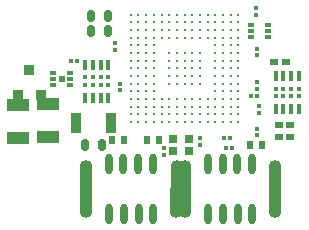
<source format=gtp>
G04*
G04 #@! TF.GenerationSoftware,Altium Limited,Altium Designer,18.0.9 (584)*
G04*
G04 Layer_Color=8421504*
%FSLAX44Y44*%
%MOMM*%
G71*
G01*
G75*
%ADD23R,0.4500X0.4500*%
%ADD24R,0.4500X0.4500*%
%ADD25R,0.4500X0.4500*%
%ADD26R,0.4500X0.4500*%
%ADD27R,0.4500X0.4500*%
%ADD28R,0.4500X0.4500*%
%ADD29R,0.8636X0.9652*%
%ADD30R,1.8542X1.0668*%
G04:AMPARAMS|DCode=31|XSize=2.8702mm|YSize=1.0668mm|CornerRadius=0.5334mm|HoleSize=0mm|Usage=FLASHONLY|Rotation=270.000|XOffset=0mm|YOffset=0mm|HoleType=Round|Shape=RoundedRectangle|*
%AMROUNDEDRECTD31*
21,1,2.8702,0.0000,0,0,270.0*
21,1,1.8034,1.0668,0,0,270.0*
1,1,1.0668,0.0000,-0.9017*
1,1,1.0668,0.0000,0.9017*
1,1,1.0668,0.0000,0.9017*
1,1,1.0668,0.0000,-0.9017*
%
%ADD31ROUNDEDRECTD31*%
G04:AMPARAMS|DCode=32|XSize=0.6604mm|YSize=1.7526mm|CornerRadius=0.3302mm|HoleSize=0mm|Usage=FLASHONLY|Rotation=180.000|XOffset=0mm|YOffset=0mm|HoleType=Round|Shape=RoundedRectangle|*
%AMROUNDEDRECTD32*
21,1,0.6604,1.0922,0,0,180.0*
21,1,0.0000,1.7526,0,0,180.0*
1,1,0.6604,0.0000,0.5461*
1,1,0.6604,0.0000,0.5461*
1,1,0.6604,0.0000,-0.5461*
1,1,0.6604,0.0000,-0.5461*
%
%ADD32ROUNDEDRECTD32*%
%ADD33R,0.3508X0.9008*%
%ADD34R,0.6508X0.5508*%
G04:AMPARAMS|DCode=35|XSize=0.3708mm|YSize=0.4108mm|CornerRadius=0.1054mm|HoleSize=0mm|Usage=FLASHONLY|Rotation=90.000|XOffset=0mm|YOffset=0mm|HoleType=Round|Shape=RoundedRectangle|*
%AMROUNDEDRECTD35*
21,1,0.3708,0.2000,0,0,90.0*
21,1,0.1600,0.4108,0,0,90.0*
1,1,0.2108,0.1000,0.0800*
1,1,0.2108,0.1000,-0.0800*
1,1,0.2108,-0.1000,-0.0800*
1,1,0.2108,-0.1000,0.0800*
%
%ADD35ROUNDEDRECTD35*%
G04:AMPARAMS|DCode=36|XSize=0.3708mm|YSize=0.4108mm|CornerRadius=0.1054mm|HoleSize=0mm|Usage=FLASHONLY|Rotation=0.000|XOffset=0mm|YOffset=0mm|HoleType=Round|Shape=RoundedRectangle|*
%AMROUNDEDRECTD36*
21,1,0.3708,0.2000,0,0,0.0*
21,1,0.1600,0.4108,0,0,0.0*
1,1,0.2108,0.0800,-0.1000*
1,1,0.2108,-0.0800,-0.1000*
1,1,0.2108,-0.0800,0.1000*
1,1,0.2108,0.0800,0.1000*
%
%ADD36ROUNDEDRECTD36*%
%ADD37R,0.6604X0.5588*%
%ADD38R,0.5588X0.6604*%
G04:AMPARAMS|DCode=39|XSize=0.6604mm|YSize=0.9652mm|CornerRadius=0.1778mm|HoleSize=0mm|Usage=FLASHONLY|Rotation=0.000|XOffset=0mm|YOffset=0mm|HoleType=Round|Shape=RoundedRectangle|*
%AMROUNDEDRECTD39*
21,1,0.6604,0.6096,0,0,0.0*
21,1,0.3048,0.9652,0,0,0.0*
1,1,0.3556,0.1524,-0.3048*
1,1,0.3556,-0.1524,-0.3048*
1,1,0.3556,-0.1524,0.3048*
1,1,0.3556,0.1524,0.3048*
%
%ADD39ROUNDEDRECTD39*%
%ADD40R,0.9652X1.6510*%
%ADD41C,0.2508*%
%ADD42R,0.8008X0.6508*%
%ADD43R,0.5080X0.3556*%
%ADD44R,0.6096X0.3048*%
%ADD45R,0.5588X0.5588*%
D23*
X337500Y516000D02*
D03*
X343999Y516000D02*
D03*
X350500Y516000D02*
D03*
X357001Y516000D02*
D03*
X344000Y522500D02*
D03*
X357000Y522500D02*
D03*
D24*
X337500Y522500D02*
D03*
D25*
X350500D02*
D03*
D26*
X176250Y525499D02*
D03*
X189249Y525500D02*
D03*
X195750Y525500D02*
D03*
X182750Y532000D02*
D03*
D27*
X182749Y525501D02*
D03*
X195750Y532000D02*
D03*
D28*
X176250Y532000D02*
D03*
X189250Y532000D02*
D03*
D29*
X128750Y538426D02*
D03*
X138402Y517250D02*
D03*
X119250Y517250D02*
D03*
D30*
X119500Y508724D02*
D03*
X119500Y480500D02*
D03*
X144250Y509474D02*
D03*
X144250Y481250D02*
D03*
D31*
X337250Y447750D02*
D03*
X260646D02*
D03*
X253500D02*
D03*
X176896D02*
D03*
X337000Y427000D02*
D03*
X260396D02*
D03*
X253046Y427000D02*
D03*
X176442D02*
D03*
D32*
X317692Y416250D02*
D03*
X305246D02*
D03*
X292646Y416250D02*
D03*
X280146Y416250D02*
D03*
X233942D02*
D03*
X221496D02*
D03*
X208896Y416250D02*
D03*
X196396Y416250D02*
D03*
X317500Y458500D02*
D03*
X305000Y458500D02*
D03*
X292400D02*
D03*
X279954D02*
D03*
X233546D02*
D03*
X221046D02*
D03*
X208446D02*
D03*
X196000D02*
D03*
D33*
X337500Y505050D02*
D03*
X344000D02*
D03*
X350500D02*
D03*
X357000D02*
D03*
X337500Y533450D02*
D03*
X344000D02*
D03*
X350500D02*
D03*
X357000D02*
D03*
X176250Y514550D02*
D03*
X182750D02*
D03*
X189250D02*
D03*
X195750D02*
D03*
X176250Y542950D02*
D03*
X182750D02*
D03*
X189250Y542950D02*
D03*
X195750Y542950D02*
D03*
D34*
X346000Y545000D02*
D03*
X336000D02*
D03*
D35*
X321250Y556300D02*
D03*
Y550700D02*
D03*
Y527800D02*
D03*
Y522200D02*
D03*
X205500Y526800D02*
D03*
Y521200D02*
D03*
X201000Y561050D02*
D03*
Y555450D02*
D03*
X323000Y507600D02*
D03*
Y502000D02*
D03*
X321500Y488550D02*
D03*
Y482950D02*
D03*
X242500Y472250D02*
D03*
Y466650D02*
D03*
X273000Y480550D02*
D03*
Y474950D02*
D03*
X320500Y590800D02*
D03*
Y585200D02*
D03*
D36*
X321800Y516250D02*
D03*
X316200D02*
D03*
X300800Y472250D02*
D03*
X295200D02*
D03*
X169300Y546250D02*
D03*
X163700D02*
D03*
X293450Y480500D02*
D03*
X299050D02*
D03*
D37*
X349250Y482000D02*
D03*
Y492080D02*
D03*
X340000Y492000D02*
D03*
Y481920D02*
D03*
D38*
X326080Y474500D02*
D03*
X316000D02*
D03*
X238330Y479000D02*
D03*
X228250D02*
D03*
X209080D02*
D03*
X199000D02*
D03*
D39*
X190000Y475000D02*
D03*
X176000D02*
D03*
X195250Y584000D02*
D03*
X181250D02*
D03*
X181250Y571500D02*
D03*
X195250D02*
D03*
D40*
X168750Y493750D02*
D03*
X197982D02*
D03*
D41*
X214750Y494250D02*
D03*
Y500750D02*
D03*
Y507250D02*
D03*
Y513750D02*
D03*
Y520250D02*
D03*
Y526750D02*
D03*
Y533250D02*
D03*
Y539750D02*
D03*
Y546250D02*
D03*
Y552750D02*
D03*
Y559250D02*
D03*
Y565750D02*
D03*
Y572250D02*
D03*
Y578750D02*
D03*
Y585250D02*
D03*
X221250Y494250D02*
D03*
Y500750D02*
D03*
Y507250D02*
D03*
Y513750D02*
D03*
Y520250D02*
D03*
Y526750D02*
D03*
Y533250D02*
D03*
Y539750D02*
D03*
Y546250D02*
D03*
Y552750D02*
D03*
Y559250D02*
D03*
Y565750D02*
D03*
Y572250D02*
D03*
Y578750D02*
D03*
Y585250D02*
D03*
X227750Y494250D02*
D03*
Y500750D02*
D03*
Y507250D02*
D03*
Y513750D02*
D03*
Y520250D02*
D03*
Y526750D02*
D03*
Y533250D02*
D03*
Y539750D02*
D03*
Y546250D02*
D03*
Y552750D02*
D03*
Y559250D02*
D03*
Y565750D02*
D03*
Y572250D02*
D03*
Y578750D02*
D03*
Y585250D02*
D03*
X234250Y494250D02*
D03*
Y500750D02*
D03*
Y507250D02*
D03*
Y513750D02*
D03*
Y520250D02*
D03*
Y526750D02*
D03*
Y533250D02*
D03*
Y539750D02*
D03*
Y546250D02*
D03*
Y552750D02*
D03*
Y559250D02*
D03*
Y565750D02*
D03*
Y572250D02*
D03*
Y578750D02*
D03*
Y585250D02*
D03*
X240750Y494250D02*
D03*
Y500750D02*
D03*
Y507250D02*
D03*
Y513750D02*
D03*
Y565750D02*
D03*
Y572250D02*
D03*
Y578750D02*
D03*
Y585250D02*
D03*
X247250Y494250D02*
D03*
Y500750D02*
D03*
Y507250D02*
D03*
Y513750D02*
D03*
Y526750D02*
D03*
Y533250D02*
D03*
Y539750D02*
D03*
Y546250D02*
D03*
Y552750D02*
D03*
Y565750D02*
D03*
Y572250D02*
D03*
Y578750D02*
D03*
Y585250D02*
D03*
X253750Y494250D02*
D03*
X253750Y500750D02*
D03*
X253750Y507250D02*
D03*
Y513750D02*
D03*
Y526750D02*
D03*
Y533250D02*
D03*
Y539750D02*
D03*
Y546250D02*
D03*
Y552750D02*
D03*
Y565750D02*
D03*
Y572250D02*
D03*
Y578750D02*
D03*
Y585250D02*
D03*
X260250Y494250D02*
D03*
Y500750D02*
D03*
Y507250D02*
D03*
Y513750D02*
D03*
Y526750D02*
D03*
Y533250D02*
D03*
Y539750D02*
D03*
Y546250D02*
D03*
Y552750D02*
D03*
Y565750D02*
D03*
Y572250D02*
D03*
Y578750D02*
D03*
Y585250D02*
D03*
X266750Y494250D02*
D03*
Y500750D02*
D03*
Y507250D02*
D03*
Y513750D02*
D03*
Y526750D02*
D03*
Y533250D02*
D03*
Y539750D02*
D03*
Y546250D02*
D03*
Y552750D02*
D03*
Y565750D02*
D03*
Y572250D02*
D03*
Y578750D02*
D03*
Y585250D02*
D03*
X273250Y494250D02*
D03*
Y500750D02*
D03*
Y507250D02*
D03*
Y513750D02*
D03*
Y526750D02*
D03*
Y533250D02*
D03*
Y539750D02*
D03*
Y546250D02*
D03*
Y552750D02*
D03*
Y565750D02*
D03*
Y572250D02*
D03*
Y578750D02*
D03*
Y585250D02*
D03*
X279750Y494250D02*
D03*
Y500750D02*
D03*
Y507250D02*
D03*
Y513750D02*
D03*
Y565750D02*
D03*
Y572250D02*
D03*
Y578750D02*
D03*
Y585250D02*
D03*
X286250Y494250D02*
D03*
Y500750D02*
D03*
Y507250D02*
D03*
Y513750D02*
D03*
Y520250D02*
D03*
Y526750D02*
D03*
Y533250D02*
D03*
Y539750D02*
D03*
Y546250D02*
D03*
Y552750D02*
D03*
Y559250D02*
D03*
Y565750D02*
D03*
Y572250D02*
D03*
Y578750D02*
D03*
Y585250D02*
D03*
X292750Y494250D02*
D03*
Y500750D02*
D03*
Y507250D02*
D03*
Y513750D02*
D03*
Y520250D02*
D03*
Y526750D02*
D03*
Y533250D02*
D03*
Y539750D02*
D03*
Y546250D02*
D03*
Y552750D02*
D03*
Y559250D02*
D03*
Y565750D02*
D03*
Y572250D02*
D03*
Y578750D02*
D03*
Y585250D02*
D03*
X299250Y494250D02*
D03*
Y500750D02*
D03*
Y507250D02*
D03*
Y513750D02*
D03*
Y520250D02*
D03*
Y526750D02*
D03*
Y533250D02*
D03*
Y539750D02*
D03*
Y546250D02*
D03*
Y552750D02*
D03*
Y559250D02*
D03*
Y565750D02*
D03*
Y572250D02*
D03*
Y578750D02*
D03*
Y585250D02*
D03*
X305750Y494250D02*
D03*
Y500750D02*
D03*
Y507250D02*
D03*
Y513750D02*
D03*
Y520250D02*
D03*
Y526750D02*
D03*
Y533250D02*
D03*
Y539750D02*
D03*
Y546250D02*
D03*
Y552750D02*
D03*
Y559250D02*
D03*
Y565750D02*
D03*
Y572250D02*
D03*
Y578750D02*
D03*
Y585250D02*
D03*
D42*
X264000Y480000D02*
D03*
Y470000D02*
D03*
X250500Y480000D02*
D03*
Y470000D02*
D03*
D43*
X330500Y566000D02*
D03*
X330500Y576080D02*
D03*
X330500Y571000D02*
D03*
X316892Y576080D02*
D03*
X316892Y571000D02*
D03*
Y566000D02*
D03*
D44*
X148949Y535500D02*
D03*
X148950Y530500D02*
D03*
X148949Y525420D02*
D03*
X163616D02*
D03*
X163616Y530500D02*
D03*
X163615Y535500D02*
D03*
D45*
X156250Y530500D02*
D03*
M02*

</source>
